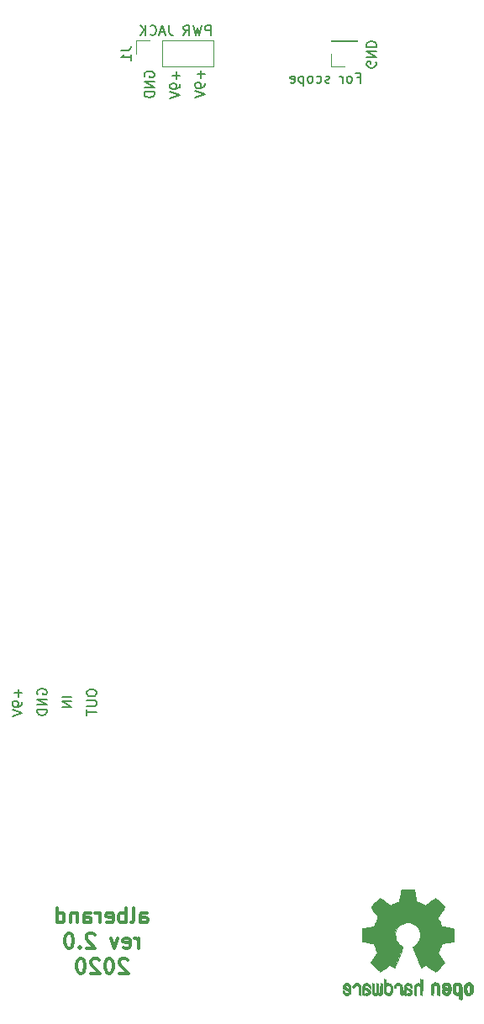
<source format=gbr>
G04 #@! TF.GenerationSoftware,KiCad,Pcbnew,5.1.9*
G04 #@! TF.CreationDate,2021-01-07T13:44:28+01:00*
G04 #@! TF.ProjectId,fuzzpedal,66757a7a-7065-4646-916c-2e6b69636164,rev?*
G04 #@! TF.SameCoordinates,Original*
G04 #@! TF.FileFunction,Legend,Bot*
G04 #@! TF.FilePolarity,Positive*
%FSLAX46Y46*%
G04 Gerber Fmt 4.6, Leading zero omitted, Abs format (unit mm)*
G04 Created by KiCad (PCBNEW 5.1.9) date 2021-01-07 13:44:28*
%MOMM*%
%LPD*%
G01*
G04 APERTURE LIST*
%ADD10C,0.150000*%
%ADD11C,0.300000*%
%ADD12C,0.010000*%
%ADD13C,0.120000*%
G04 APERTURE END LIST*
D10*
X130352380Y-117000000D02*
X130352380Y-117190476D01*
X130400000Y-117285714D01*
X130495238Y-117380952D01*
X130685714Y-117428571D01*
X131019047Y-117428571D01*
X131209523Y-117380952D01*
X131304761Y-117285714D01*
X131352380Y-117190476D01*
X131352380Y-117000000D01*
X131304761Y-116904761D01*
X131209523Y-116809523D01*
X131019047Y-116761904D01*
X130685714Y-116761904D01*
X130495238Y-116809523D01*
X130400000Y-116904761D01*
X130352380Y-117000000D01*
X130352380Y-117857142D02*
X131161904Y-117857142D01*
X131257142Y-117904761D01*
X131304761Y-117952380D01*
X131352380Y-118047619D01*
X131352380Y-118238095D01*
X131304761Y-118333333D01*
X131257142Y-118380952D01*
X131161904Y-118428571D01*
X130352380Y-118428571D01*
X130352380Y-118761904D02*
X130352380Y-119333333D01*
X131352380Y-119047619D02*
X130352380Y-119047619D01*
X157566666Y-55128571D02*
X157900000Y-55128571D01*
X157900000Y-55652380D02*
X157900000Y-54652380D01*
X157423809Y-54652380D01*
X156900000Y-55652380D02*
X156995238Y-55604761D01*
X157042857Y-55557142D01*
X157090476Y-55461904D01*
X157090476Y-55176190D01*
X157042857Y-55080952D01*
X156995238Y-55033333D01*
X156900000Y-54985714D01*
X156757142Y-54985714D01*
X156661904Y-55033333D01*
X156614285Y-55080952D01*
X156566666Y-55176190D01*
X156566666Y-55461904D01*
X156614285Y-55557142D01*
X156661904Y-55604761D01*
X156757142Y-55652380D01*
X156900000Y-55652380D01*
X156138095Y-55652380D02*
X156138095Y-54985714D01*
X156138095Y-55176190D02*
X156090476Y-55080952D01*
X156042857Y-55033333D01*
X155947619Y-54985714D01*
X155852380Y-54985714D01*
X154804761Y-55604761D02*
X154709523Y-55652380D01*
X154519047Y-55652380D01*
X154423809Y-55604761D01*
X154376190Y-55509523D01*
X154376190Y-55461904D01*
X154423809Y-55366666D01*
X154519047Y-55319047D01*
X154661904Y-55319047D01*
X154757142Y-55271428D01*
X154804761Y-55176190D01*
X154804761Y-55128571D01*
X154757142Y-55033333D01*
X154661904Y-54985714D01*
X154519047Y-54985714D01*
X154423809Y-55033333D01*
X153519047Y-55604761D02*
X153614285Y-55652380D01*
X153804761Y-55652380D01*
X153900000Y-55604761D01*
X153947619Y-55557142D01*
X153995238Y-55461904D01*
X153995238Y-55176190D01*
X153947619Y-55080952D01*
X153900000Y-55033333D01*
X153804761Y-54985714D01*
X153614285Y-54985714D01*
X153519047Y-55033333D01*
X152947619Y-55652380D02*
X153042857Y-55604761D01*
X153090476Y-55557142D01*
X153138095Y-55461904D01*
X153138095Y-55176190D01*
X153090476Y-55080952D01*
X153042857Y-55033333D01*
X152947619Y-54985714D01*
X152804761Y-54985714D01*
X152709523Y-55033333D01*
X152661904Y-55080952D01*
X152614285Y-55176190D01*
X152614285Y-55461904D01*
X152661904Y-55557142D01*
X152709523Y-55604761D01*
X152804761Y-55652380D01*
X152947619Y-55652380D01*
X152185714Y-54985714D02*
X152185714Y-55985714D01*
X152185714Y-55033333D02*
X152090476Y-54985714D01*
X151900000Y-54985714D01*
X151804761Y-55033333D01*
X151757142Y-55080952D01*
X151709523Y-55176190D01*
X151709523Y-55461904D01*
X151757142Y-55557142D01*
X151804761Y-55604761D01*
X151900000Y-55652380D01*
X152090476Y-55652380D01*
X152185714Y-55604761D01*
X150900000Y-55604761D02*
X150995238Y-55652380D01*
X151185714Y-55652380D01*
X151280952Y-55604761D01*
X151328571Y-55509523D01*
X151328571Y-55128571D01*
X151280952Y-55033333D01*
X151185714Y-54985714D01*
X150995238Y-54985714D01*
X150900000Y-55033333D01*
X150852380Y-55128571D01*
X150852380Y-55223809D01*
X151328571Y-55319047D01*
X128852380Y-117476190D02*
X127852380Y-117476190D01*
X128852380Y-117952380D02*
X127852380Y-117952380D01*
X128852380Y-118523809D01*
X127852380Y-118523809D01*
X125400000Y-117238095D02*
X125352380Y-117142857D01*
X125352380Y-117000000D01*
X125400000Y-116857142D01*
X125495238Y-116761904D01*
X125590476Y-116714285D01*
X125780952Y-116666666D01*
X125923809Y-116666666D01*
X126114285Y-116714285D01*
X126209523Y-116761904D01*
X126304761Y-116857142D01*
X126352380Y-117000000D01*
X126352380Y-117095238D01*
X126304761Y-117238095D01*
X126257142Y-117285714D01*
X125923809Y-117285714D01*
X125923809Y-117095238D01*
X126352380Y-117714285D02*
X125352380Y-117714285D01*
X126352380Y-118285714D01*
X125352380Y-118285714D01*
X126352380Y-118761904D02*
X125352380Y-118761904D01*
X125352380Y-119000000D01*
X125400000Y-119142857D01*
X125495238Y-119238095D01*
X125590476Y-119285714D01*
X125780952Y-119333333D01*
X125923809Y-119333333D01*
X126114285Y-119285714D01*
X126209523Y-119238095D01*
X126304761Y-119142857D01*
X126352380Y-119000000D01*
X126352380Y-118761904D01*
X123471428Y-116714285D02*
X123471428Y-117476190D01*
X123852380Y-117095238D02*
X123090476Y-117095238D01*
X123852380Y-118000000D02*
X123852380Y-118190476D01*
X123804761Y-118285714D01*
X123757142Y-118333333D01*
X123614285Y-118428571D01*
X123423809Y-118476190D01*
X123042857Y-118476190D01*
X122947619Y-118428571D01*
X122900000Y-118380952D01*
X122852380Y-118285714D01*
X122852380Y-118095238D01*
X122900000Y-118000000D01*
X122947619Y-117952380D01*
X123042857Y-117904761D01*
X123280952Y-117904761D01*
X123376190Y-117952380D01*
X123423809Y-118000000D01*
X123471428Y-118095238D01*
X123471428Y-118285714D01*
X123423809Y-118380952D01*
X123376190Y-118428571D01*
X123280952Y-118476190D01*
X122852380Y-118761904D02*
X123852380Y-119095238D01*
X122852380Y-119428571D01*
D11*
X135792857Y-140228571D02*
X135792857Y-139442857D01*
X135864285Y-139300000D01*
X136007142Y-139228571D01*
X136292857Y-139228571D01*
X136435714Y-139300000D01*
X135792857Y-140157142D02*
X135935714Y-140228571D01*
X136292857Y-140228571D01*
X136435714Y-140157142D01*
X136507142Y-140014285D01*
X136507142Y-139871428D01*
X136435714Y-139728571D01*
X136292857Y-139657142D01*
X135935714Y-139657142D01*
X135792857Y-139585714D01*
X134864285Y-140228571D02*
X135007142Y-140157142D01*
X135078571Y-140014285D01*
X135078571Y-138728571D01*
X134292857Y-140228571D02*
X134292857Y-138728571D01*
X134292857Y-139300000D02*
X134150000Y-139228571D01*
X133864285Y-139228571D01*
X133721428Y-139300000D01*
X133650000Y-139371428D01*
X133578571Y-139514285D01*
X133578571Y-139942857D01*
X133650000Y-140085714D01*
X133721428Y-140157142D01*
X133864285Y-140228571D01*
X134150000Y-140228571D01*
X134292857Y-140157142D01*
X132364285Y-140157142D02*
X132507142Y-140228571D01*
X132792857Y-140228571D01*
X132935714Y-140157142D01*
X133007142Y-140014285D01*
X133007142Y-139442857D01*
X132935714Y-139300000D01*
X132792857Y-139228571D01*
X132507142Y-139228571D01*
X132364285Y-139300000D01*
X132292857Y-139442857D01*
X132292857Y-139585714D01*
X133007142Y-139728571D01*
X131650000Y-140228571D02*
X131650000Y-139228571D01*
X131650000Y-139514285D02*
X131578571Y-139371428D01*
X131507142Y-139300000D01*
X131364285Y-139228571D01*
X131221428Y-139228571D01*
X130078571Y-140228571D02*
X130078571Y-139442857D01*
X130150000Y-139300000D01*
X130292857Y-139228571D01*
X130578571Y-139228571D01*
X130721428Y-139300000D01*
X130078571Y-140157142D02*
X130221428Y-140228571D01*
X130578571Y-140228571D01*
X130721428Y-140157142D01*
X130792857Y-140014285D01*
X130792857Y-139871428D01*
X130721428Y-139728571D01*
X130578571Y-139657142D01*
X130221428Y-139657142D01*
X130078571Y-139585714D01*
X129364285Y-139228571D02*
X129364285Y-140228571D01*
X129364285Y-139371428D02*
X129292857Y-139300000D01*
X129150000Y-139228571D01*
X128935714Y-139228571D01*
X128792857Y-139300000D01*
X128721428Y-139442857D01*
X128721428Y-140228571D01*
X127364285Y-140228571D02*
X127364285Y-138728571D01*
X127364285Y-140157142D02*
X127507142Y-140228571D01*
X127792857Y-140228571D01*
X127935714Y-140157142D01*
X128007142Y-140085714D01*
X128078571Y-139942857D01*
X128078571Y-139514285D01*
X128007142Y-139371428D01*
X127935714Y-139300000D01*
X127792857Y-139228571D01*
X127507142Y-139228571D01*
X127364285Y-139300000D01*
X135578571Y-142778571D02*
X135578571Y-141778571D01*
X135578571Y-142064285D02*
X135507142Y-141921428D01*
X135435714Y-141850000D01*
X135292857Y-141778571D01*
X135150000Y-141778571D01*
X134078571Y-142707142D02*
X134221428Y-142778571D01*
X134507142Y-142778571D01*
X134650000Y-142707142D01*
X134721428Y-142564285D01*
X134721428Y-141992857D01*
X134650000Y-141850000D01*
X134507142Y-141778571D01*
X134221428Y-141778571D01*
X134078571Y-141850000D01*
X134007142Y-141992857D01*
X134007142Y-142135714D01*
X134721428Y-142278571D01*
X133507142Y-141778571D02*
X133150000Y-142778571D01*
X132792857Y-141778571D01*
X131150000Y-141421428D02*
X131078571Y-141350000D01*
X130935714Y-141278571D01*
X130578571Y-141278571D01*
X130435714Y-141350000D01*
X130364285Y-141421428D01*
X130292857Y-141564285D01*
X130292857Y-141707142D01*
X130364285Y-141921428D01*
X131221428Y-142778571D01*
X130292857Y-142778571D01*
X129650000Y-142635714D02*
X129578571Y-142707142D01*
X129650000Y-142778571D01*
X129721428Y-142707142D01*
X129650000Y-142635714D01*
X129650000Y-142778571D01*
X128650000Y-141278571D02*
X128507142Y-141278571D01*
X128364285Y-141350000D01*
X128292857Y-141421428D01*
X128221428Y-141564285D01*
X128150000Y-141850000D01*
X128150000Y-142207142D01*
X128221428Y-142492857D01*
X128292857Y-142635714D01*
X128364285Y-142707142D01*
X128507142Y-142778571D01*
X128650000Y-142778571D01*
X128792857Y-142707142D01*
X128864285Y-142635714D01*
X128935714Y-142492857D01*
X129007142Y-142207142D01*
X129007142Y-141850000D01*
X128935714Y-141564285D01*
X128864285Y-141421428D01*
X128792857Y-141350000D01*
X128650000Y-141278571D01*
X134471428Y-143971428D02*
X134400000Y-143900000D01*
X134257142Y-143828571D01*
X133900000Y-143828571D01*
X133757142Y-143900000D01*
X133685714Y-143971428D01*
X133614285Y-144114285D01*
X133614285Y-144257142D01*
X133685714Y-144471428D01*
X134542857Y-145328571D01*
X133614285Y-145328571D01*
X132685714Y-143828571D02*
X132542857Y-143828571D01*
X132400000Y-143900000D01*
X132328571Y-143971428D01*
X132257142Y-144114285D01*
X132185714Y-144400000D01*
X132185714Y-144757142D01*
X132257142Y-145042857D01*
X132328571Y-145185714D01*
X132400000Y-145257142D01*
X132542857Y-145328571D01*
X132685714Y-145328571D01*
X132828571Y-145257142D01*
X132900000Y-145185714D01*
X132971428Y-145042857D01*
X133042857Y-144757142D01*
X133042857Y-144400000D01*
X132971428Y-144114285D01*
X132900000Y-143971428D01*
X132828571Y-143900000D01*
X132685714Y-143828571D01*
X131614285Y-143971428D02*
X131542857Y-143900000D01*
X131400000Y-143828571D01*
X131042857Y-143828571D01*
X130900000Y-143900000D01*
X130828571Y-143971428D01*
X130757142Y-144114285D01*
X130757142Y-144257142D01*
X130828571Y-144471428D01*
X131685714Y-145328571D01*
X130757142Y-145328571D01*
X129828571Y-143828571D02*
X129685714Y-143828571D01*
X129542857Y-143900000D01*
X129471428Y-143971428D01*
X129400000Y-144114285D01*
X129328571Y-144400000D01*
X129328571Y-144757142D01*
X129400000Y-145042857D01*
X129471428Y-145185714D01*
X129542857Y-145257142D01*
X129685714Y-145328571D01*
X129828571Y-145328571D01*
X129971428Y-145257142D01*
X130042857Y-145185714D01*
X130114285Y-145042857D01*
X130185714Y-144757142D01*
X130185714Y-144400000D01*
X130114285Y-144114285D01*
X130042857Y-143971428D01*
X129971428Y-143900000D01*
X129828571Y-143828571D01*
D10*
X159500000Y-53561904D02*
X159547619Y-53657142D01*
X159547619Y-53800000D01*
X159500000Y-53942857D01*
X159404761Y-54038095D01*
X159309523Y-54085714D01*
X159119047Y-54133333D01*
X158976190Y-54133333D01*
X158785714Y-54085714D01*
X158690476Y-54038095D01*
X158595238Y-53942857D01*
X158547619Y-53800000D01*
X158547619Y-53704761D01*
X158595238Y-53561904D01*
X158642857Y-53514285D01*
X158976190Y-53514285D01*
X158976190Y-53704761D01*
X158547619Y-53085714D02*
X159547619Y-53085714D01*
X158547619Y-52514285D01*
X159547619Y-52514285D01*
X158547619Y-52038095D02*
X159547619Y-52038095D01*
X159547619Y-51800000D01*
X159500000Y-51657142D01*
X159404761Y-51561904D01*
X159309523Y-51514285D01*
X159119047Y-51466666D01*
X158976190Y-51466666D01*
X158785714Y-51514285D01*
X158690476Y-51561904D01*
X158595238Y-51657142D01*
X158547619Y-51800000D01*
X158547619Y-52038095D01*
X139371428Y-54514285D02*
X139371428Y-55276190D01*
X139752380Y-54895238D02*
X138990476Y-54895238D01*
X139752380Y-55800000D02*
X139752380Y-55990476D01*
X139704761Y-56085714D01*
X139657142Y-56133333D01*
X139514285Y-56228571D01*
X139323809Y-56276190D01*
X138942857Y-56276190D01*
X138847619Y-56228571D01*
X138800000Y-56180952D01*
X138752380Y-56085714D01*
X138752380Y-55895238D01*
X138800000Y-55800000D01*
X138847619Y-55752380D01*
X138942857Y-55704761D01*
X139180952Y-55704761D01*
X139276190Y-55752380D01*
X139323809Y-55800000D01*
X139371428Y-55895238D01*
X139371428Y-56085714D01*
X139323809Y-56180952D01*
X139276190Y-56228571D01*
X139180952Y-56276190D01*
X138752380Y-56561904D02*
X139752380Y-56895238D01*
X138752380Y-57228571D01*
X141871428Y-54414285D02*
X141871428Y-55176190D01*
X142252380Y-54795238D02*
X141490476Y-54795238D01*
X142252380Y-55700000D02*
X142252380Y-55890476D01*
X142204761Y-55985714D01*
X142157142Y-56033333D01*
X142014285Y-56128571D01*
X141823809Y-56176190D01*
X141442857Y-56176190D01*
X141347619Y-56128571D01*
X141300000Y-56080952D01*
X141252380Y-55985714D01*
X141252380Y-55795238D01*
X141300000Y-55700000D01*
X141347619Y-55652380D01*
X141442857Y-55604761D01*
X141680952Y-55604761D01*
X141776190Y-55652380D01*
X141823809Y-55700000D01*
X141871428Y-55795238D01*
X141871428Y-55985714D01*
X141823809Y-56080952D01*
X141776190Y-56128571D01*
X141680952Y-56176190D01*
X141252380Y-56461904D02*
X142252380Y-56795238D01*
X141252380Y-57128571D01*
X136200000Y-55038095D02*
X136152380Y-54942857D01*
X136152380Y-54800000D01*
X136200000Y-54657142D01*
X136295238Y-54561904D01*
X136390476Y-54514285D01*
X136580952Y-54466666D01*
X136723809Y-54466666D01*
X136914285Y-54514285D01*
X137009523Y-54561904D01*
X137104761Y-54657142D01*
X137152380Y-54800000D01*
X137152380Y-54895238D01*
X137104761Y-55038095D01*
X137057142Y-55085714D01*
X136723809Y-55085714D01*
X136723809Y-54895238D01*
X137152380Y-55514285D02*
X136152380Y-55514285D01*
X137152380Y-56085714D01*
X136152380Y-56085714D01*
X137152380Y-56561904D02*
X136152380Y-56561904D01*
X136152380Y-56800000D01*
X136200000Y-56942857D01*
X136295238Y-57038095D01*
X136390476Y-57085714D01*
X136580952Y-57133333D01*
X136723809Y-57133333D01*
X136914285Y-57085714D01*
X137009523Y-57038095D01*
X137104761Y-56942857D01*
X137152380Y-56800000D01*
X137152380Y-56561904D01*
D12*
G36*
X167528100Y-146261903D02*
G01*
X167416550Y-146317522D01*
X167318092Y-146419931D01*
X167290977Y-146457864D01*
X167261438Y-146507500D01*
X167242272Y-146561412D01*
X167231307Y-146633364D01*
X167226371Y-146737122D01*
X167225287Y-146874101D01*
X167230182Y-147061815D01*
X167247196Y-147202758D01*
X167279823Y-147307908D01*
X167331558Y-147388243D01*
X167405896Y-147454741D01*
X167411358Y-147458678D01*
X167484620Y-147498953D01*
X167572840Y-147518880D01*
X167685038Y-147523793D01*
X167867433Y-147523793D01*
X167867509Y-147700857D01*
X167869207Y-147799470D01*
X167879550Y-147857314D01*
X167906578Y-147892006D01*
X167958332Y-147921164D01*
X167970761Y-147927121D01*
X168028923Y-147955039D01*
X168073956Y-147972672D01*
X168107441Y-147974194D01*
X168130962Y-147953781D01*
X168146100Y-147905607D01*
X168154437Y-147823846D01*
X168157556Y-147702672D01*
X168157040Y-147536260D01*
X168154471Y-147318785D01*
X168153668Y-147253736D01*
X168150778Y-147029502D01*
X168148188Y-146882821D01*
X167867586Y-146882821D01*
X167866009Y-147007326D01*
X167859000Y-147088787D01*
X167843142Y-147142515D01*
X167815019Y-147183823D01*
X167795925Y-147203971D01*
X167717865Y-147262921D01*
X167648753Y-147267720D01*
X167577440Y-147219038D01*
X167575632Y-147217241D01*
X167546617Y-147179618D01*
X167528967Y-147128484D01*
X167520064Y-147049738D01*
X167517291Y-146929276D01*
X167517241Y-146902588D01*
X167523942Y-146736583D01*
X167545752Y-146621505D01*
X167585235Y-146551254D01*
X167644956Y-146519729D01*
X167679472Y-146516552D01*
X167761389Y-146531460D01*
X167817579Y-146580548D01*
X167851402Y-146670362D01*
X167866220Y-146807445D01*
X167867586Y-146882821D01*
X168148188Y-146882821D01*
X168147713Y-146855952D01*
X168143753Y-146725382D01*
X168138174Y-146630087D01*
X168130254Y-146562364D01*
X168119269Y-146514507D01*
X168104499Y-146478813D01*
X168085218Y-146447578D01*
X168076951Y-146435824D01*
X167967288Y-146324797D01*
X167828635Y-146261847D01*
X167668246Y-146244297D01*
X167528100Y-146261903D01*
G37*
X167528100Y-146261903D02*
X167416550Y-146317522D01*
X167318092Y-146419931D01*
X167290977Y-146457864D01*
X167261438Y-146507500D01*
X167242272Y-146561412D01*
X167231307Y-146633364D01*
X167226371Y-146737122D01*
X167225287Y-146874101D01*
X167230182Y-147061815D01*
X167247196Y-147202758D01*
X167279823Y-147307908D01*
X167331558Y-147388243D01*
X167405896Y-147454741D01*
X167411358Y-147458678D01*
X167484620Y-147498953D01*
X167572840Y-147518880D01*
X167685038Y-147523793D01*
X167867433Y-147523793D01*
X167867509Y-147700857D01*
X167869207Y-147799470D01*
X167879550Y-147857314D01*
X167906578Y-147892006D01*
X167958332Y-147921164D01*
X167970761Y-147927121D01*
X168028923Y-147955039D01*
X168073956Y-147972672D01*
X168107441Y-147974194D01*
X168130962Y-147953781D01*
X168146100Y-147905607D01*
X168154437Y-147823846D01*
X168157556Y-147702672D01*
X168157040Y-147536260D01*
X168154471Y-147318785D01*
X168153668Y-147253736D01*
X168150778Y-147029502D01*
X168148188Y-146882821D01*
X167867586Y-146882821D01*
X167866009Y-147007326D01*
X167859000Y-147088787D01*
X167843142Y-147142515D01*
X167815019Y-147183823D01*
X167795925Y-147203971D01*
X167717865Y-147262921D01*
X167648753Y-147267720D01*
X167577440Y-147219038D01*
X167575632Y-147217241D01*
X167546617Y-147179618D01*
X167528967Y-147128484D01*
X167520064Y-147049738D01*
X167517291Y-146929276D01*
X167517241Y-146902588D01*
X167523942Y-146736583D01*
X167545752Y-146621505D01*
X167585235Y-146551254D01*
X167644956Y-146519729D01*
X167679472Y-146516552D01*
X167761389Y-146531460D01*
X167817579Y-146580548D01*
X167851402Y-146670362D01*
X167866220Y-146807445D01*
X167867586Y-146882821D01*
X168148188Y-146882821D01*
X168147713Y-146855952D01*
X168143753Y-146725382D01*
X168138174Y-146630087D01*
X168130254Y-146562364D01*
X168119269Y-146514507D01*
X168104499Y-146478813D01*
X168085218Y-146447578D01*
X168076951Y-146435824D01*
X167967288Y-146324797D01*
X167828635Y-146261847D01*
X167668246Y-146244297D01*
X167528100Y-146261903D01*
G36*
X165282571Y-146277719D02*
G01*
X165188877Y-146331914D01*
X165123736Y-146385707D01*
X165076093Y-146442066D01*
X165043272Y-146510987D01*
X165022594Y-146602468D01*
X165011380Y-146726506D01*
X165006951Y-146893098D01*
X165006437Y-147012851D01*
X165006437Y-147453659D01*
X165130517Y-147509283D01*
X165254598Y-147564907D01*
X165269195Y-147082095D01*
X165275227Y-146901779D01*
X165281555Y-146770901D01*
X165289394Y-146680511D01*
X165299963Y-146621664D01*
X165314477Y-146585413D01*
X165334152Y-146562810D01*
X165340465Y-146557917D01*
X165436112Y-146519706D01*
X165532793Y-146534827D01*
X165590345Y-146574943D01*
X165613755Y-146603370D01*
X165629961Y-146640672D01*
X165640259Y-146697223D01*
X165645951Y-146783394D01*
X165648336Y-146909558D01*
X165648736Y-147041042D01*
X165648814Y-147205999D01*
X165651639Y-147322761D01*
X165661093Y-147401510D01*
X165681060Y-147452431D01*
X165715424Y-147485706D01*
X165768068Y-147511520D01*
X165838383Y-147538344D01*
X165915180Y-147567542D01*
X165906038Y-147049346D01*
X165902357Y-146862539D01*
X165898050Y-146724490D01*
X165891877Y-146625568D01*
X165882598Y-146556145D01*
X165868973Y-146506590D01*
X165849761Y-146467273D01*
X165826598Y-146432584D01*
X165714848Y-146321770D01*
X165578487Y-146257689D01*
X165430175Y-146242339D01*
X165282571Y-146277719D01*
G37*
X165282571Y-146277719D02*
X165188877Y-146331914D01*
X165123736Y-146385707D01*
X165076093Y-146442066D01*
X165043272Y-146510987D01*
X165022594Y-146602468D01*
X165011380Y-146726506D01*
X165006951Y-146893098D01*
X165006437Y-147012851D01*
X165006437Y-147453659D01*
X165130517Y-147509283D01*
X165254598Y-147564907D01*
X165269195Y-147082095D01*
X165275227Y-146901779D01*
X165281555Y-146770901D01*
X165289394Y-146680511D01*
X165299963Y-146621664D01*
X165314477Y-146585413D01*
X165334152Y-146562810D01*
X165340465Y-146557917D01*
X165436112Y-146519706D01*
X165532793Y-146534827D01*
X165590345Y-146574943D01*
X165613755Y-146603370D01*
X165629961Y-146640672D01*
X165640259Y-146697223D01*
X165645951Y-146783394D01*
X165648336Y-146909558D01*
X165648736Y-147041042D01*
X165648814Y-147205999D01*
X165651639Y-147322761D01*
X165661093Y-147401510D01*
X165681060Y-147452431D01*
X165715424Y-147485706D01*
X165768068Y-147511520D01*
X165838383Y-147538344D01*
X165915180Y-147567542D01*
X165906038Y-147049346D01*
X165902357Y-146862539D01*
X165898050Y-146724490D01*
X165891877Y-146625568D01*
X165882598Y-146556145D01*
X165868973Y-146506590D01*
X165849761Y-146467273D01*
X165826598Y-146432584D01*
X165714848Y-146321770D01*
X165578487Y-146257689D01*
X165430175Y-146242339D01*
X165282571Y-146277719D01*
G36*
X168651779Y-146266015D02*
G01*
X168514939Y-146337968D01*
X168413949Y-146453766D01*
X168378075Y-146528213D01*
X168350161Y-146639992D01*
X168335871Y-146781227D01*
X168334516Y-146935371D01*
X168345405Y-147085879D01*
X168367847Y-147216205D01*
X168401150Y-147309803D01*
X168411385Y-147325922D01*
X168532618Y-147446249D01*
X168676613Y-147518317D01*
X168832861Y-147539408D01*
X168990852Y-147506802D01*
X169034820Y-147487253D01*
X169120444Y-147427012D01*
X169195592Y-147347135D01*
X169202694Y-147337004D01*
X169231561Y-147288181D01*
X169250643Y-147235990D01*
X169261916Y-147167285D01*
X169267355Y-147068918D01*
X169268938Y-146927744D01*
X169268965Y-146896092D01*
X169268893Y-146886019D01*
X168977011Y-146886019D01*
X168975313Y-147019256D01*
X168968628Y-147107674D01*
X168954575Y-147164785D01*
X168930771Y-147204102D01*
X168918621Y-147217241D01*
X168848764Y-147267172D01*
X168780941Y-147264895D01*
X168712365Y-147221584D01*
X168671465Y-147175346D01*
X168647242Y-147107857D01*
X168633639Y-147001433D01*
X168632706Y-146989020D01*
X168630384Y-146796147D01*
X168654650Y-146652900D01*
X168705176Y-146560160D01*
X168781632Y-146518807D01*
X168808924Y-146516552D01*
X168880589Y-146527893D01*
X168929610Y-146567184D01*
X168959582Y-146642326D01*
X168974101Y-146761222D01*
X168977011Y-146886019D01*
X169268893Y-146886019D01*
X169267878Y-146745659D01*
X169263312Y-146640549D01*
X169253312Y-146567714D01*
X169235921Y-146514108D01*
X169209184Y-146466681D01*
X169203276Y-146457864D01*
X169103968Y-146339007D01*
X168995758Y-146270008D01*
X168864019Y-146242619D01*
X168819283Y-146241281D01*
X168651779Y-146266015D01*
G37*
X168651779Y-146266015D02*
X168514939Y-146337968D01*
X168413949Y-146453766D01*
X168378075Y-146528213D01*
X168350161Y-146639992D01*
X168335871Y-146781227D01*
X168334516Y-146935371D01*
X168345405Y-147085879D01*
X168367847Y-147216205D01*
X168401150Y-147309803D01*
X168411385Y-147325922D01*
X168532618Y-147446249D01*
X168676613Y-147518317D01*
X168832861Y-147539408D01*
X168990852Y-147506802D01*
X169034820Y-147487253D01*
X169120444Y-147427012D01*
X169195592Y-147347135D01*
X169202694Y-147337004D01*
X169231561Y-147288181D01*
X169250643Y-147235990D01*
X169261916Y-147167285D01*
X169267355Y-147068918D01*
X169268938Y-146927744D01*
X169268965Y-146896092D01*
X169268893Y-146886019D01*
X168977011Y-146886019D01*
X168975313Y-147019256D01*
X168968628Y-147107674D01*
X168954575Y-147164785D01*
X168930771Y-147204102D01*
X168918621Y-147217241D01*
X168848764Y-147267172D01*
X168780941Y-147264895D01*
X168712365Y-147221584D01*
X168671465Y-147175346D01*
X168647242Y-147107857D01*
X168633639Y-147001433D01*
X168632706Y-146989020D01*
X168630384Y-146796147D01*
X168654650Y-146652900D01*
X168705176Y-146560160D01*
X168781632Y-146518807D01*
X168808924Y-146516552D01*
X168880589Y-146527893D01*
X168929610Y-146567184D01*
X168959582Y-146642326D01*
X168974101Y-146761222D01*
X168977011Y-146886019D01*
X169268893Y-146886019D01*
X169267878Y-146745659D01*
X169263312Y-146640549D01*
X169253312Y-146567714D01*
X169235921Y-146514108D01*
X169209184Y-146466681D01*
X169203276Y-146457864D01*
X169103968Y-146339007D01*
X168995758Y-146270008D01*
X168864019Y-146242619D01*
X168819283Y-146241281D01*
X168651779Y-146266015D01*
G36*
X166384448Y-146284676D02*
G01*
X166269342Y-146362111D01*
X166180389Y-146473949D01*
X166127251Y-146616265D01*
X166116503Y-146721015D01*
X166117724Y-146764726D01*
X166127944Y-146798194D01*
X166156039Y-146828179D01*
X166210884Y-146861440D01*
X166301355Y-146904738D01*
X166436328Y-146964833D01*
X166437011Y-146965134D01*
X166561249Y-147022037D01*
X166663127Y-147072565D01*
X166732233Y-147111280D01*
X166758154Y-147132740D01*
X166758161Y-147132913D01*
X166735315Y-147179644D01*
X166681891Y-147231154D01*
X166620558Y-147268261D01*
X166589485Y-147275632D01*
X166504711Y-147250138D01*
X166431707Y-147186291D01*
X166396087Y-147116094D01*
X166361820Y-147064343D01*
X166294697Y-147005409D01*
X166215792Y-146954496D01*
X166146179Y-146926809D01*
X166131623Y-146925287D01*
X166115237Y-146950321D01*
X166114250Y-147014311D01*
X166126292Y-147100593D01*
X166148993Y-147192501D01*
X166179986Y-147273369D01*
X166181552Y-147276509D01*
X166274819Y-147406734D01*
X166395696Y-147495311D01*
X166532973Y-147538786D01*
X166675440Y-147533706D01*
X166811888Y-147476616D01*
X166817955Y-147472602D01*
X166925290Y-147375326D01*
X166995868Y-147248409D01*
X167034926Y-147081526D01*
X167040168Y-147034639D01*
X167049452Y-146813329D01*
X167038322Y-146710124D01*
X166758161Y-146710124D01*
X166754521Y-146774503D01*
X166734611Y-146793291D01*
X166684974Y-146779235D01*
X166606733Y-146746009D01*
X166519274Y-146704359D01*
X166517101Y-146703256D01*
X166442970Y-146664265D01*
X166413219Y-146638244D01*
X166420555Y-146610965D01*
X166451447Y-146575121D01*
X166530040Y-146523251D01*
X166614677Y-146519439D01*
X166690597Y-146557189D01*
X166743035Y-146630001D01*
X166758161Y-146710124D01*
X167038322Y-146710124D01*
X167030356Y-146636261D01*
X166981366Y-146495829D01*
X166913164Y-146397447D01*
X166790065Y-146298030D01*
X166654472Y-146248711D01*
X166516045Y-146245568D01*
X166384448Y-146284676D01*
G37*
X166384448Y-146284676D02*
X166269342Y-146362111D01*
X166180389Y-146473949D01*
X166127251Y-146616265D01*
X166116503Y-146721015D01*
X166117724Y-146764726D01*
X166127944Y-146798194D01*
X166156039Y-146828179D01*
X166210884Y-146861440D01*
X166301355Y-146904738D01*
X166436328Y-146964833D01*
X166437011Y-146965134D01*
X166561249Y-147022037D01*
X166663127Y-147072565D01*
X166732233Y-147111280D01*
X166758154Y-147132740D01*
X166758161Y-147132913D01*
X166735315Y-147179644D01*
X166681891Y-147231154D01*
X166620558Y-147268261D01*
X166589485Y-147275632D01*
X166504711Y-147250138D01*
X166431707Y-147186291D01*
X166396087Y-147116094D01*
X166361820Y-147064343D01*
X166294697Y-147005409D01*
X166215792Y-146954496D01*
X166146179Y-146926809D01*
X166131623Y-146925287D01*
X166115237Y-146950321D01*
X166114250Y-147014311D01*
X166126292Y-147100593D01*
X166148993Y-147192501D01*
X166179986Y-147273369D01*
X166181552Y-147276509D01*
X166274819Y-147406734D01*
X166395696Y-147495311D01*
X166532973Y-147538786D01*
X166675440Y-147533706D01*
X166811888Y-147476616D01*
X166817955Y-147472602D01*
X166925290Y-147375326D01*
X166995868Y-147248409D01*
X167034926Y-147081526D01*
X167040168Y-147034639D01*
X167049452Y-146813329D01*
X167038322Y-146710124D01*
X166758161Y-146710124D01*
X166754521Y-146774503D01*
X166734611Y-146793291D01*
X166684974Y-146779235D01*
X166606733Y-146746009D01*
X166519274Y-146704359D01*
X166517101Y-146703256D01*
X166442970Y-146664265D01*
X166413219Y-146638244D01*
X166420555Y-146610965D01*
X166451447Y-146575121D01*
X166530040Y-146523251D01*
X166614677Y-146519439D01*
X166690597Y-146557189D01*
X166743035Y-146630001D01*
X166758161Y-146710124D01*
X167038322Y-146710124D01*
X167030356Y-146636261D01*
X166981366Y-146495829D01*
X166913164Y-146397447D01*
X166790065Y-146298030D01*
X166654472Y-146248711D01*
X166516045Y-146245568D01*
X166384448Y-146284676D01*
G36*
X163955402Y-146123857D02*
G01*
X163946846Y-146243188D01*
X163937019Y-146313506D01*
X163923401Y-146344179D01*
X163903473Y-146344571D01*
X163897011Y-146340910D01*
X163811060Y-146314398D01*
X163699255Y-146315946D01*
X163585586Y-146343199D01*
X163514490Y-146378455D01*
X163441595Y-146434778D01*
X163388307Y-146498519D01*
X163351725Y-146579510D01*
X163328950Y-146687586D01*
X163317081Y-146832580D01*
X163313218Y-147024326D01*
X163313149Y-147061109D01*
X163313103Y-147474288D01*
X163405046Y-147506339D01*
X163470348Y-147528144D01*
X163506176Y-147538297D01*
X163507230Y-147538391D01*
X163510758Y-147510860D01*
X163513761Y-147434923D01*
X163516010Y-147320565D01*
X163517276Y-147177769D01*
X163517471Y-147090951D01*
X163517877Y-146919773D01*
X163519968Y-146797088D01*
X163525053Y-146713000D01*
X163534440Y-146657614D01*
X163549439Y-146621032D01*
X163571358Y-146593359D01*
X163585043Y-146580032D01*
X163679051Y-146526328D01*
X163781636Y-146522307D01*
X163874710Y-146567725D01*
X163891922Y-146584123D01*
X163917168Y-146614957D01*
X163934680Y-146651531D01*
X163945858Y-146704415D01*
X163952104Y-146784177D01*
X163954818Y-146901385D01*
X163955402Y-147062991D01*
X163955402Y-147474288D01*
X164047345Y-147506339D01*
X164112647Y-147528144D01*
X164148475Y-147538297D01*
X164149529Y-147538391D01*
X164152225Y-147510448D01*
X164154655Y-147431630D01*
X164156722Y-147309453D01*
X164158329Y-147151432D01*
X164159377Y-146965083D01*
X164159769Y-146757920D01*
X164159770Y-146748706D01*
X164159770Y-145959020D01*
X164064885Y-145918997D01*
X163970000Y-145878973D01*
X163955402Y-146123857D01*
G37*
X163955402Y-146123857D02*
X163946846Y-146243188D01*
X163937019Y-146313506D01*
X163923401Y-146344179D01*
X163903473Y-146344571D01*
X163897011Y-146340910D01*
X163811060Y-146314398D01*
X163699255Y-146315946D01*
X163585586Y-146343199D01*
X163514490Y-146378455D01*
X163441595Y-146434778D01*
X163388307Y-146498519D01*
X163351725Y-146579510D01*
X163328950Y-146687586D01*
X163317081Y-146832580D01*
X163313218Y-147024326D01*
X163313149Y-147061109D01*
X163313103Y-147474288D01*
X163405046Y-147506339D01*
X163470348Y-147528144D01*
X163506176Y-147538297D01*
X163507230Y-147538391D01*
X163510758Y-147510860D01*
X163513761Y-147434923D01*
X163516010Y-147320565D01*
X163517276Y-147177769D01*
X163517471Y-147090951D01*
X163517877Y-146919773D01*
X163519968Y-146797088D01*
X163525053Y-146713000D01*
X163534440Y-146657614D01*
X163549439Y-146621032D01*
X163571358Y-146593359D01*
X163585043Y-146580032D01*
X163679051Y-146526328D01*
X163781636Y-146522307D01*
X163874710Y-146567725D01*
X163891922Y-146584123D01*
X163917168Y-146614957D01*
X163934680Y-146651531D01*
X163945858Y-146704415D01*
X163952104Y-146784177D01*
X163954818Y-146901385D01*
X163955402Y-147062991D01*
X163955402Y-147474288D01*
X164047345Y-147506339D01*
X164112647Y-147528144D01*
X164148475Y-147538297D01*
X164149529Y-147538391D01*
X164152225Y-147510448D01*
X164154655Y-147431630D01*
X164156722Y-147309453D01*
X164158329Y-147151432D01*
X164159377Y-146965083D01*
X164159769Y-146757920D01*
X164159770Y-146748706D01*
X164159770Y-145959020D01*
X164064885Y-145918997D01*
X163970000Y-145878973D01*
X163955402Y-146123857D01*
G36*
X162620056Y-146324360D02*
G01*
X162505657Y-146366842D01*
X162504348Y-146367658D01*
X162433597Y-146419730D01*
X162381364Y-146480584D01*
X162344629Y-146559887D01*
X162320366Y-146667309D01*
X162305555Y-146812517D01*
X162297171Y-147005179D01*
X162296436Y-147032628D01*
X162285880Y-147446521D01*
X162374709Y-147492456D01*
X162438982Y-147523498D01*
X162477790Y-147538206D01*
X162479585Y-147538391D01*
X162486300Y-147511250D01*
X162491635Y-147438041D01*
X162494917Y-147331081D01*
X162495632Y-147244469D01*
X162495649Y-147104162D01*
X162502063Y-147016051D01*
X162524420Y-146974025D01*
X162572268Y-146971975D01*
X162655151Y-147003790D01*
X162780287Y-147062272D01*
X162872303Y-147110845D01*
X162919629Y-147152986D01*
X162933542Y-147198916D01*
X162933563Y-147201189D01*
X162910605Y-147280311D01*
X162842630Y-147323055D01*
X162738602Y-147329246D01*
X162663670Y-147328172D01*
X162624161Y-147349753D01*
X162599522Y-147401591D01*
X162585341Y-147467632D01*
X162605777Y-147505104D01*
X162613472Y-147510467D01*
X162685917Y-147532006D01*
X162787367Y-147535055D01*
X162891843Y-147520778D01*
X162965875Y-147494688D01*
X163068228Y-147407785D01*
X163126409Y-147286816D01*
X163137931Y-147192308D01*
X163129138Y-147107062D01*
X163097320Y-147037476D01*
X163034316Y-146975672D01*
X162931969Y-146913772D01*
X162782118Y-146843897D01*
X162772988Y-146839948D01*
X162638003Y-146777588D01*
X162554706Y-146726446D01*
X162519003Y-146680488D01*
X162526797Y-146633683D01*
X162573993Y-146579998D01*
X162588106Y-146567644D01*
X162682641Y-146519741D01*
X162780594Y-146521758D01*
X162865903Y-146568724D01*
X162922504Y-146655669D01*
X162927763Y-146672734D01*
X162978977Y-146755504D01*
X163043963Y-146795372D01*
X163137931Y-146834882D01*
X163137931Y-146732658D01*
X163109347Y-146584072D01*
X163024505Y-146447784D01*
X162980355Y-146402191D01*
X162879995Y-146343674D01*
X162752365Y-146317184D01*
X162620056Y-146324360D01*
G37*
X162620056Y-146324360D02*
X162505657Y-146366842D01*
X162504348Y-146367658D01*
X162433597Y-146419730D01*
X162381364Y-146480584D01*
X162344629Y-146559887D01*
X162320366Y-146667309D01*
X162305555Y-146812517D01*
X162297171Y-147005179D01*
X162296436Y-147032628D01*
X162285880Y-147446521D01*
X162374709Y-147492456D01*
X162438982Y-147523498D01*
X162477790Y-147538206D01*
X162479585Y-147538391D01*
X162486300Y-147511250D01*
X162491635Y-147438041D01*
X162494917Y-147331081D01*
X162495632Y-147244469D01*
X162495649Y-147104162D01*
X162502063Y-147016051D01*
X162524420Y-146974025D01*
X162572268Y-146971975D01*
X162655151Y-147003790D01*
X162780287Y-147062272D01*
X162872303Y-147110845D01*
X162919629Y-147152986D01*
X162933542Y-147198916D01*
X162933563Y-147201189D01*
X162910605Y-147280311D01*
X162842630Y-147323055D01*
X162738602Y-147329246D01*
X162663670Y-147328172D01*
X162624161Y-147349753D01*
X162599522Y-147401591D01*
X162585341Y-147467632D01*
X162605777Y-147505104D01*
X162613472Y-147510467D01*
X162685917Y-147532006D01*
X162787367Y-147535055D01*
X162891843Y-147520778D01*
X162965875Y-147494688D01*
X163068228Y-147407785D01*
X163126409Y-147286816D01*
X163137931Y-147192308D01*
X163129138Y-147107062D01*
X163097320Y-147037476D01*
X163034316Y-146975672D01*
X162931969Y-146913772D01*
X162782118Y-146843897D01*
X162772988Y-146839948D01*
X162638003Y-146777588D01*
X162554706Y-146726446D01*
X162519003Y-146680488D01*
X162526797Y-146633683D01*
X162573993Y-146579998D01*
X162588106Y-146567644D01*
X162682641Y-146519741D01*
X162780594Y-146521758D01*
X162865903Y-146568724D01*
X162922504Y-146655669D01*
X162927763Y-146672734D01*
X162978977Y-146755504D01*
X163043963Y-146795372D01*
X163137931Y-146834882D01*
X163137931Y-146732658D01*
X163109347Y-146584072D01*
X163024505Y-146447784D01*
X162980355Y-146402191D01*
X162879995Y-146343674D01*
X162752365Y-146317184D01*
X162620056Y-146324360D01*
G36*
X161634057Y-146321920D02*
G01*
X161501435Y-146370859D01*
X161393990Y-146457419D01*
X161351968Y-146518352D01*
X161306157Y-146630161D01*
X161307109Y-146711006D01*
X161355192Y-146765378D01*
X161372983Y-146774624D01*
X161449796Y-146803450D01*
X161489024Y-146796065D01*
X161502311Y-146747658D01*
X161502988Y-146720920D01*
X161527314Y-146622548D01*
X161590719Y-146553734D01*
X161678846Y-146520498D01*
X161777337Y-146528861D01*
X161857398Y-146572296D01*
X161884439Y-146597072D01*
X161903606Y-146627129D01*
X161916554Y-146672565D01*
X161924936Y-146743476D01*
X161930407Y-146849960D01*
X161934622Y-147002112D01*
X161935713Y-147050287D01*
X161939693Y-147215095D01*
X161944219Y-147331088D01*
X161951005Y-147407833D01*
X161961769Y-147454893D01*
X161978227Y-147481835D01*
X162002094Y-147498223D01*
X162017374Y-147505463D01*
X162082267Y-147530220D01*
X162120466Y-147538391D01*
X162133088Y-147511103D01*
X162140792Y-147428603D01*
X162143620Y-147289941D01*
X162141614Y-147094162D01*
X162140989Y-147063965D01*
X162136579Y-146885349D01*
X162131365Y-146754923D01*
X162123945Y-146662492D01*
X162112918Y-146597858D01*
X162096883Y-146550825D01*
X162074439Y-146511196D01*
X162062698Y-146494215D01*
X161995381Y-146419080D01*
X161920090Y-146360638D01*
X161910872Y-146355536D01*
X161775867Y-146315260D01*
X161634057Y-146321920D01*
G37*
X161634057Y-146321920D02*
X161501435Y-146370859D01*
X161393990Y-146457419D01*
X161351968Y-146518352D01*
X161306157Y-146630161D01*
X161307109Y-146711006D01*
X161355192Y-146765378D01*
X161372983Y-146774624D01*
X161449796Y-146803450D01*
X161489024Y-146796065D01*
X161502311Y-146747658D01*
X161502988Y-146720920D01*
X161527314Y-146622548D01*
X161590719Y-146553734D01*
X161678846Y-146520498D01*
X161777337Y-146528861D01*
X161857398Y-146572296D01*
X161884439Y-146597072D01*
X161903606Y-146627129D01*
X161916554Y-146672565D01*
X161924936Y-146743476D01*
X161930407Y-146849960D01*
X161934622Y-147002112D01*
X161935713Y-147050287D01*
X161939693Y-147215095D01*
X161944219Y-147331088D01*
X161951005Y-147407833D01*
X161961769Y-147454893D01*
X161978227Y-147481835D01*
X162002094Y-147498223D01*
X162017374Y-147505463D01*
X162082267Y-147530220D01*
X162120466Y-147538391D01*
X162133088Y-147511103D01*
X162140792Y-147428603D01*
X162143620Y-147289941D01*
X162141614Y-147094162D01*
X162140989Y-147063965D01*
X162136579Y-146885349D01*
X162131365Y-146754923D01*
X162123945Y-146662492D01*
X162112918Y-146597858D01*
X162096883Y-146550825D01*
X162074439Y-146511196D01*
X162062698Y-146494215D01*
X161995381Y-146419080D01*
X161920090Y-146360638D01*
X161910872Y-146355536D01*
X161775867Y-146315260D01*
X161634057Y-146321920D01*
G36*
X160306086Y-146554455D02*
G01*
X160306457Y-146772661D01*
X160307892Y-146940519D01*
X160310998Y-147066070D01*
X160316378Y-147157355D01*
X160324638Y-147222415D01*
X160336384Y-147269291D01*
X160352219Y-147306024D01*
X160364210Y-147326991D01*
X160463510Y-147440694D01*
X160589412Y-147511965D01*
X160728709Y-147537538D01*
X160868195Y-147514150D01*
X160951257Y-147472119D01*
X161038455Y-147399411D01*
X161097883Y-147310612D01*
X161133739Y-147194320D01*
X161150219Y-147039135D01*
X161152553Y-146925287D01*
X161152239Y-146917106D01*
X160948276Y-146917106D01*
X160947030Y-147047657D01*
X160941322Y-147134080D01*
X160928196Y-147190618D01*
X160904694Y-147231514D01*
X160876614Y-147262362D01*
X160782312Y-147321905D01*
X160681060Y-147326992D01*
X160585364Y-147277279D01*
X160577916Y-147270543D01*
X160546126Y-147235502D01*
X160526192Y-147193811D01*
X160515400Y-147131762D01*
X160511035Y-147035644D01*
X160510345Y-146929379D01*
X160511841Y-146795880D01*
X160518036Y-146706822D01*
X160531486Y-146648293D01*
X160554749Y-146606382D01*
X160573825Y-146584123D01*
X160662437Y-146527985D01*
X160764492Y-146521235D01*
X160861905Y-146564114D01*
X160880704Y-146580032D01*
X160912707Y-146615382D01*
X160932682Y-146657502D01*
X160943407Y-146720251D01*
X160947661Y-146817487D01*
X160948276Y-146917106D01*
X161152239Y-146917106D01*
X161145496Y-146741947D01*
X161121528Y-146604195D01*
X161076452Y-146500632D01*
X161006072Y-146419856D01*
X160951257Y-146378455D01*
X160851624Y-146333728D01*
X160736145Y-146312967D01*
X160628801Y-146318525D01*
X160568736Y-146340943D01*
X160545165Y-146347323D01*
X160529523Y-146323535D01*
X160518605Y-146259788D01*
X160510345Y-146162687D01*
X160501301Y-146054541D01*
X160488739Y-145989475D01*
X160465881Y-145952268D01*
X160425949Y-145927699D01*
X160400862Y-145916819D01*
X160305977Y-145877072D01*
X160306086Y-146554455D01*
G37*
X160306086Y-146554455D02*
X160306457Y-146772661D01*
X160307892Y-146940519D01*
X160310998Y-147066070D01*
X160316378Y-147157355D01*
X160324638Y-147222415D01*
X160336384Y-147269291D01*
X160352219Y-147306024D01*
X160364210Y-147326991D01*
X160463510Y-147440694D01*
X160589412Y-147511965D01*
X160728709Y-147537538D01*
X160868195Y-147514150D01*
X160951257Y-147472119D01*
X161038455Y-147399411D01*
X161097883Y-147310612D01*
X161133739Y-147194320D01*
X161150219Y-147039135D01*
X161152553Y-146925287D01*
X161152239Y-146917106D01*
X160948276Y-146917106D01*
X160947030Y-147047657D01*
X160941322Y-147134080D01*
X160928196Y-147190618D01*
X160904694Y-147231514D01*
X160876614Y-147262362D01*
X160782312Y-147321905D01*
X160681060Y-147326992D01*
X160585364Y-147277279D01*
X160577916Y-147270543D01*
X160546126Y-147235502D01*
X160526192Y-147193811D01*
X160515400Y-147131762D01*
X160511035Y-147035644D01*
X160510345Y-146929379D01*
X160511841Y-146795880D01*
X160518036Y-146706822D01*
X160531486Y-146648293D01*
X160554749Y-146606382D01*
X160573825Y-146584123D01*
X160662437Y-146527985D01*
X160764492Y-146521235D01*
X160861905Y-146564114D01*
X160880704Y-146580032D01*
X160912707Y-146615382D01*
X160932682Y-146657502D01*
X160943407Y-146720251D01*
X160947661Y-146817487D01*
X160948276Y-146917106D01*
X161152239Y-146917106D01*
X161145496Y-146741947D01*
X161121528Y-146604195D01*
X161076452Y-146500632D01*
X161006072Y-146419856D01*
X160951257Y-146378455D01*
X160851624Y-146333728D01*
X160736145Y-146312967D01*
X160628801Y-146318525D01*
X160568736Y-146340943D01*
X160545165Y-146347323D01*
X160529523Y-146323535D01*
X160518605Y-146259788D01*
X160510345Y-146162687D01*
X160501301Y-146054541D01*
X160488739Y-145989475D01*
X160465881Y-145952268D01*
X160425949Y-145927699D01*
X160400862Y-145916819D01*
X160305977Y-145877072D01*
X160306086Y-146554455D01*
G36*
X159119876Y-146339840D02*
G01*
X159115421Y-146416653D01*
X159111929Y-146533391D01*
X159109685Y-146680821D01*
X159108965Y-146835455D01*
X159108965Y-147358727D01*
X159201355Y-147451117D01*
X159265022Y-147508047D01*
X159320911Y-147531107D01*
X159397298Y-147529647D01*
X159427620Y-147525934D01*
X159522390Y-147515126D01*
X159600778Y-147508933D01*
X159619885Y-147508361D01*
X159684301Y-147512102D01*
X159776429Y-147521494D01*
X159812150Y-147525934D01*
X159899886Y-147532801D01*
X159958847Y-147517885D01*
X160017310Y-147471835D01*
X160038415Y-147451117D01*
X160130805Y-147358727D01*
X160130805Y-146379947D01*
X160056442Y-146346066D01*
X159992410Y-146320970D01*
X159954948Y-146312184D01*
X159945343Y-146339950D01*
X159936365Y-146417530D01*
X159928614Y-146536348D01*
X159922686Y-146687828D01*
X159919827Y-146815805D01*
X159911839Y-147319425D01*
X159842152Y-147329278D01*
X159778771Y-147322389D01*
X159747714Y-147300083D01*
X159739033Y-147258379D01*
X159731622Y-147169544D01*
X159726069Y-147044834D01*
X159722964Y-146895507D01*
X159722516Y-146818661D01*
X159722069Y-146376287D01*
X159630126Y-146344235D01*
X159565051Y-146322443D01*
X159529653Y-146312281D01*
X159528632Y-146312184D01*
X159525080Y-146339809D01*
X159521177Y-146416411D01*
X159517249Y-146532579D01*
X159513624Y-146678904D01*
X159511092Y-146815805D01*
X159503103Y-147319425D01*
X159327931Y-147319425D01*
X159319893Y-146859965D01*
X159311854Y-146400505D01*
X159226457Y-146356344D01*
X159163407Y-146326019D01*
X159126090Y-146312258D01*
X159125013Y-146312184D01*
X159119876Y-146339840D01*
G37*
X159119876Y-146339840D02*
X159115421Y-146416653D01*
X159111929Y-146533391D01*
X159109685Y-146680821D01*
X159108965Y-146835455D01*
X159108965Y-147358727D01*
X159201355Y-147451117D01*
X159265022Y-147508047D01*
X159320911Y-147531107D01*
X159397298Y-147529647D01*
X159427620Y-147525934D01*
X159522390Y-147515126D01*
X159600778Y-147508933D01*
X159619885Y-147508361D01*
X159684301Y-147512102D01*
X159776429Y-147521494D01*
X159812150Y-147525934D01*
X159899886Y-147532801D01*
X159958847Y-147517885D01*
X160017310Y-147471835D01*
X160038415Y-147451117D01*
X160130805Y-147358727D01*
X160130805Y-146379947D01*
X160056442Y-146346066D01*
X159992410Y-146320970D01*
X159954948Y-146312184D01*
X159945343Y-146339950D01*
X159936365Y-146417530D01*
X159928614Y-146536348D01*
X159922686Y-146687828D01*
X159919827Y-146815805D01*
X159911839Y-147319425D01*
X159842152Y-147329278D01*
X159778771Y-147322389D01*
X159747714Y-147300083D01*
X159739033Y-147258379D01*
X159731622Y-147169544D01*
X159726069Y-147044834D01*
X159722964Y-146895507D01*
X159722516Y-146818661D01*
X159722069Y-146376287D01*
X159630126Y-146344235D01*
X159565051Y-146322443D01*
X159529653Y-146312281D01*
X159528632Y-146312184D01*
X159525080Y-146339809D01*
X159521177Y-146416411D01*
X159517249Y-146532579D01*
X159513624Y-146678904D01*
X159511092Y-146815805D01*
X159503103Y-147319425D01*
X159327931Y-147319425D01*
X159319893Y-146859965D01*
X159311854Y-146400505D01*
X159226457Y-146356344D01*
X159163407Y-146326019D01*
X159126090Y-146312258D01*
X159125013Y-146312184D01*
X159119876Y-146339840D01*
G36*
X158385594Y-146335156D02*
G01*
X158301531Y-146373393D01*
X158235550Y-146419726D01*
X158187206Y-146471532D01*
X158153828Y-146538363D01*
X158132747Y-146629769D01*
X158121293Y-146755301D01*
X158116797Y-146924508D01*
X158116322Y-147035933D01*
X158116322Y-147470627D01*
X158190684Y-147504509D01*
X158249254Y-147529272D01*
X158278270Y-147538391D01*
X158283821Y-147511257D01*
X158288225Y-147438094D01*
X158290922Y-147331263D01*
X158291494Y-147246437D01*
X158293954Y-147123887D01*
X158300588Y-147026668D01*
X158310274Y-146967134D01*
X158317968Y-146954483D01*
X158369689Y-146967402D01*
X158450883Y-147000539D01*
X158544898Y-147045461D01*
X158635083Y-147093735D01*
X158704785Y-147136928D01*
X158737352Y-147166608D01*
X158737481Y-147166929D01*
X158734680Y-147221857D01*
X158709561Y-147274292D01*
X158665459Y-147316881D01*
X158601091Y-147331126D01*
X158546079Y-147329466D01*
X158468165Y-147328245D01*
X158427268Y-147346498D01*
X158402705Y-147394726D01*
X158399608Y-147403820D01*
X158388960Y-147472598D01*
X158417435Y-147514360D01*
X158491656Y-147534263D01*
X158571832Y-147537944D01*
X158716110Y-147510658D01*
X158790797Y-147471690D01*
X158883037Y-147380148D01*
X158931957Y-147267782D01*
X158936346Y-147149051D01*
X158894999Y-147038411D01*
X158832803Y-146969080D01*
X158770706Y-146930265D01*
X158673105Y-146881125D01*
X158559368Y-146831292D01*
X158540410Y-146823677D01*
X158415479Y-146768545D01*
X158343461Y-146719954D01*
X158320300Y-146671647D01*
X158341936Y-146617370D01*
X158379080Y-146574943D01*
X158466873Y-146522702D01*
X158563470Y-146518784D01*
X158652056Y-146559041D01*
X158715814Y-146639326D01*
X158724183Y-146660040D01*
X158772904Y-146736225D01*
X158844035Y-146792785D01*
X158933793Y-146839201D01*
X158933793Y-146707584D01*
X158928510Y-146627168D01*
X158905858Y-146563786D01*
X158855633Y-146496163D01*
X158807418Y-146444076D01*
X158732446Y-146370322D01*
X158674194Y-146330702D01*
X158611628Y-146314810D01*
X158540807Y-146312184D01*
X158385594Y-146335156D01*
G37*
X158385594Y-146335156D02*
X158301531Y-146373393D01*
X158235550Y-146419726D01*
X158187206Y-146471532D01*
X158153828Y-146538363D01*
X158132747Y-146629769D01*
X158121293Y-146755301D01*
X158116797Y-146924508D01*
X158116322Y-147035933D01*
X158116322Y-147470627D01*
X158190684Y-147504509D01*
X158249254Y-147529272D01*
X158278270Y-147538391D01*
X158283821Y-147511257D01*
X158288225Y-147438094D01*
X158290922Y-147331263D01*
X158291494Y-147246437D01*
X158293954Y-147123887D01*
X158300588Y-147026668D01*
X158310274Y-146967134D01*
X158317968Y-146954483D01*
X158369689Y-146967402D01*
X158450883Y-147000539D01*
X158544898Y-147045461D01*
X158635083Y-147093735D01*
X158704785Y-147136928D01*
X158737352Y-147166608D01*
X158737481Y-147166929D01*
X158734680Y-147221857D01*
X158709561Y-147274292D01*
X158665459Y-147316881D01*
X158601091Y-147331126D01*
X158546079Y-147329466D01*
X158468165Y-147328245D01*
X158427268Y-147346498D01*
X158402705Y-147394726D01*
X158399608Y-147403820D01*
X158388960Y-147472598D01*
X158417435Y-147514360D01*
X158491656Y-147534263D01*
X158571832Y-147537944D01*
X158716110Y-147510658D01*
X158790797Y-147471690D01*
X158883037Y-147380148D01*
X158931957Y-147267782D01*
X158936346Y-147149051D01*
X158894999Y-147038411D01*
X158832803Y-146969080D01*
X158770706Y-146930265D01*
X158673105Y-146881125D01*
X158559368Y-146831292D01*
X158540410Y-146823677D01*
X158415479Y-146768545D01*
X158343461Y-146719954D01*
X158320300Y-146671647D01*
X158341936Y-146617370D01*
X158379080Y-146574943D01*
X158466873Y-146522702D01*
X158563470Y-146518784D01*
X158652056Y-146559041D01*
X158715814Y-146639326D01*
X158724183Y-146660040D01*
X158772904Y-146736225D01*
X158844035Y-146792785D01*
X158933793Y-146839201D01*
X158933793Y-146707584D01*
X158928510Y-146627168D01*
X158905858Y-146563786D01*
X158855633Y-146496163D01*
X158807418Y-146444076D01*
X158732446Y-146370322D01*
X158674194Y-146330702D01*
X158611628Y-146314810D01*
X158540807Y-146312184D01*
X158385594Y-146335156D01*
G36*
X157364310Y-146340018D02*
G01*
X157329415Y-146355269D01*
X157246123Y-146421235D01*
X157174897Y-146516618D01*
X157130847Y-146618406D01*
X157123678Y-146668587D01*
X157147715Y-146738647D01*
X157200439Y-146775717D01*
X157256969Y-146798164D01*
X157282854Y-146802300D01*
X157295458Y-146772283D01*
X157320346Y-146706961D01*
X157331265Y-146677445D01*
X157392492Y-146575348D01*
X157481139Y-146524423D01*
X157594807Y-146525989D01*
X157603226Y-146527994D01*
X157663912Y-146556767D01*
X157708526Y-146612859D01*
X157738998Y-146703163D01*
X157757256Y-146834571D01*
X157765229Y-147013974D01*
X157765977Y-147109433D01*
X157766348Y-147259913D01*
X157768777Y-147362495D01*
X157775240Y-147427672D01*
X157787712Y-147465938D01*
X157808167Y-147487785D01*
X157838581Y-147503707D01*
X157840339Y-147504509D01*
X157898909Y-147529272D01*
X157927925Y-147538391D01*
X157932384Y-147510822D01*
X157936201Y-147434620D01*
X157939101Y-147319541D01*
X157940809Y-147175341D01*
X157941149Y-147069814D01*
X157939412Y-146865613D01*
X157932618Y-146710697D01*
X157918393Y-146596024D01*
X157894362Y-146512551D01*
X157858152Y-146451236D01*
X157807388Y-146403034D01*
X157757261Y-146369393D01*
X157636725Y-146324619D01*
X157496443Y-146314521D01*
X157364310Y-146340018D01*
G37*
X157364310Y-146340018D02*
X157329415Y-146355269D01*
X157246123Y-146421235D01*
X157174897Y-146516618D01*
X157130847Y-146618406D01*
X157123678Y-146668587D01*
X157147715Y-146738647D01*
X157200439Y-146775717D01*
X157256969Y-146798164D01*
X157282854Y-146802300D01*
X157295458Y-146772283D01*
X157320346Y-146706961D01*
X157331265Y-146677445D01*
X157392492Y-146575348D01*
X157481139Y-146524423D01*
X157594807Y-146525989D01*
X157603226Y-146527994D01*
X157663912Y-146556767D01*
X157708526Y-146612859D01*
X157738998Y-146703163D01*
X157757256Y-146834571D01*
X157765229Y-147013974D01*
X157765977Y-147109433D01*
X157766348Y-147259913D01*
X157768777Y-147362495D01*
X157775240Y-147427672D01*
X157787712Y-147465938D01*
X157808167Y-147487785D01*
X157838581Y-147503707D01*
X157840339Y-147504509D01*
X157898909Y-147529272D01*
X157927925Y-147538391D01*
X157932384Y-147510822D01*
X157936201Y-147434620D01*
X157939101Y-147319541D01*
X157940809Y-147175341D01*
X157941149Y-147069814D01*
X157939412Y-146865613D01*
X157932618Y-146710697D01*
X157918393Y-146596024D01*
X157894362Y-146512551D01*
X157858152Y-146451236D01*
X157807388Y-146403034D01*
X157757261Y-146369393D01*
X157636725Y-146324619D01*
X157496443Y-146314521D01*
X157364310Y-146340018D01*
G36*
X156356561Y-146356540D02*
G01*
X156241050Y-146432034D01*
X156185336Y-146499617D01*
X156141196Y-146622255D01*
X156137691Y-146719298D01*
X156145632Y-146849056D01*
X156444885Y-146980039D01*
X156590389Y-147046958D01*
X156685463Y-147100790D01*
X156734899Y-147147416D01*
X156743489Y-147192720D01*
X156716028Y-147242582D01*
X156685747Y-147275632D01*
X156597637Y-147328633D01*
X156501804Y-147332347D01*
X156413788Y-147291041D01*
X156349131Y-147208983D01*
X156337567Y-147180008D01*
X156282175Y-147089509D01*
X156218447Y-147050940D01*
X156131034Y-147017946D01*
X156131034Y-147143034D01*
X156138762Y-147228156D01*
X156169034Y-147299938D01*
X156232482Y-147382356D01*
X156241912Y-147393066D01*
X156312487Y-147466391D01*
X156373153Y-147505742D01*
X156449050Y-147523845D01*
X156511970Y-147529774D01*
X156624513Y-147531251D01*
X156704630Y-147512535D01*
X156754610Y-147484747D01*
X156833162Y-147423641D01*
X156887537Y-147357554D01*
X156921948Y-147274441D01*
X156940612Y-147162254D01*
X156947744Y-147008946D01*
X156948313Y-146931136D01*
X156946378Y-146837853D01*
X156770101Y-146837853D01*
X156768056Y-146887896D01*
X156762961Y-146896092D01*
X156729334Y-146884958D01*
X156656970Y-146855493D01*
X156560253Y-146813601D01*
X156540027Y-146804597D01*
X156417797Y-146742442D01*
X156350453Y-146687815D01*
X156335652Y-146636649D01*
X156371053Y-146584876D01*
X156400289Y-146562000D01*
X156505784Y-146516250D01*
X156604524Y-146523808D01*
X156687188Y-146579651D01*
X156744452Y-146678753D01*
X156762812Y-146757414D01*
X156770101Y-146837853D01*
X156946378Y-146837853D01*
X156944541Y-146749351D01*
X156930641Y-146614853D01*
X156903106Y-146516916D01*
X156858428Y-146444811D01*
X156793099Y-146387813D01*
X156764617Y-146369393D01*
X156635237Y-146321422D01*
X156493588Y-146318403D01*
X156356561Y-146356540D01*
G37*
X156356561Y-146356540D02*
X156241050Y-146432034D01*
X156185336Y-146499617D01*
X156141196Y-146622255D01*
X156137691Y-146719298D01*
X156145632Y-146849056D01*
X156444885Y-146980039D01*
X156590389Y-147046958D01*
X156685463Y-147100790D01*
X156734899Y-147147416D01*
X156743489Y-147192720D01*
X156716028Y-147242582D01*
X156685747Y-147275632D01*
X156597637Y-147328633D01*
X156501804Y-147332347D01*
X156413788Y-147291041D01*
X156349131Y-147208983D01*
X156337567Y-147180008D01*
X156282175Y-147089509D01*
X156218447Y-147050940D01*
X156131034Y-147017946D01*
X156131034Y-147143034D01*
X156138762Y-147228156D01*
X156169034Y-147299938D01*
X156232482Y-147382356D01*
X156241912Y-147393066D01*
X156312487Y-147466391D01*
X156373153Y-147505742D01*
X156449050Y-147523845D01*
X156511970Y-147529774D01*
X156624513Y-147531251D01*
X156704630Y-147512535D01*
X156754610Y-147484747D01*
X156833162Y-147423641D01*
X156887537Y-147357554D01*
X156921948Y-147274441D01*
X156940612Y-147162254D01*
X156947744Y-147008946D01*
X156948313Y-146931136D01*
X156946378Y-146837853D01*
X156770101Y-146837853D01*
X156768056Y-146887896D01*
X156762961Y-146896092D01*
X156729334Y-146884958D01*
X156656970Y-146855493D01*
X156560253Y-146813601D01*
X156540027Y-146804597D01*
X156417797Y-146742442D01*
X156350453Y-146687815D01*
X156335652Y-146636649D01*
X156371053Y-146584876D01*
X156400289Y-146562000D01*
X156505784Y-146516250D01*
X156604524Y-146523808D01*
X156687188Y-146579651D01*
X156744452Y-146678753D01*
X156762812Y-146757414D01*
X156770101Y-146837853D01*
X156946378Y-146837853D01*
X156944541Y-146749351D01*
X156930641Y-146614853D01*
X156903106Y-146516916D01*
X156858428Y-146444811D01*
X156793099Y-146387813D01*
X156764617Y-146369393D01*
X156635237Y-146321422D01*
X156493588Y-146318403D01*
X156356561Y-146356540D01*
G36*
X162490986Y-136852998D02*
G01*
X162332994Y-136853863D01*
X162218653Y-136856205D01*
X162140593Y-136860762D01*
X162091446Y-136868270D01*
X162063841Y-136879466D01*
X162050408Y-136895088D01*
X162043779Y-136915873D01*
X162043135Y-136918563D01*
X162033065Y-136967113D01*
X162014425Y-137062905D01*
X161989155Y-137195743D01*
X161959193Y-137355431D01*
X161926478Y-137531774D01*
X161925336Y-137537967D01*
X161892567Y-137710782D01*
X161861907Y-137863469D01*
X161835336Y-137986871D01*
X161814833Y-138071831D01*
X161802374Y-138109190D01*
X161801780Y-138109852D01*
X161765081Y-138128095D01*
X161689414Y-138158497D01*
X161591122Y-138194493D01*
X161590575Y-138194685D01*
X161466767Y-138241222D01*
X161320804Y-138300504D01*
X161183219Y-138360109D01*
X161176707Y-138363056D01*
X160952610Y-138464765D01*
X160456381Y-138125897D01*
X160304154Y-138022592D01*
X160166259Y-137930237D01*
X160050685Y-137854084D01*
X159965421Y-137799385D01*
X159918456Y-137771393D01*
X159913996Y-137769317D01*
X159879866Y-137778560D01*
X159816119Y-137823156D01*
X159720269Y-137905209D01*
X159589831Y-138026821D01*
X159456672Y-138156205D01*
X159328306Y-138283702D01*
X159213419Y-138400046D01*
X159118927Y-138498052D01*
X159051747Y-138570536D01*
X159018794Y-138610313D01*
X159017568Y-138612361D01*
X159013926Y-138639656D01*
X159027650Y-138684234D01*
X159062131Y-138752112D01*
X159120761Y-138849311D01*
X159206930Y-138981851D01*
X159321800Y-139152476D01*
X159423746Y-139302655D01*
X159514877Y-139437350D01*
X159589927Y-139548740D01*
X159643631Y-139629005D01*
X159670720Y-139670325D01*
X159672426Y-139673130D01*
X159669118Y-139712721D01*
X159644047Y-139789669D01*
X159602202Y-139889432D01*
X159587288Y-139921291D01*
X159522214Y-140063226D01*
X159452788Y-140224273D01*
X159396391Y-140363621D01*
X159355753Y-140467044D01*
X159323474Y-140545642D01*
X159304822Y-140586720D01*
X159302503Y-140589885D01*
X159268197Y-140595128D01*
X159187331Y-140609494D01*
X159070657Y-140630937D01*
X158928925Y-140657413D01*
X158772890Y-140686877D01*
X158613302Y-140717283D01*
X158460915Y-140746588D01*
X158326479Y-140772745D01*
X158220748Y-140793710D01*
X158154474Y-140807439D01*
X158138218Y-140811320D01*
X158121427Y-140820900D01*
X158108751Y-140842536D01*
X158099622Y-140883531D01*
X158093469Y-140951189D01*
X158089720Y-141052812D01*
X158087808Y-141195703D01*
X158087160Y-141387165D01*
X158087126Y-141465645D01*
X158087126Y-142103906D01*
X158240402Y-142134160D01*
X158325678Y-142150564D01*
X158452930Y-142174509D01*
X158606685Y-142203107D01*
X158771466Y-142233467D01*
X158817011Y-142241806D01*
X158969068Y-142271370D01*
X159101532Y-142300442D01*
X159203286Y-142326329D01*
X159263212Y-142346337D01*
X159273195Y-142352301D01*
X159297707Y-142394534D01*
X159332852Y-142476370D01*
X159371827Y-142581683D01*
X159379558Y-142604368D01*
X159430640Y-142745018D01*
X159494046Y-142903714D01*
X159556096Y-143046225D01*
X159556402Y-143046886D01*
X159659733Y-143270440D01*
X158980039Y-144270232D01*
X159416379Y-144707300D01*
X159548351Y-144837381D01*
X159668721Y-144952048D01*
X159770727Y-145045181D01*
X159847609Y-145110658D01*
X159892607Y-145142357D01*
X159899062Y-145144368D01*
X159936960Y-145128529D01*
X160014292Y-145084496D01*
X160122611Y-145017490D01*
X160253468Y-144932734D01*
X160394948Y-144837816D01*
X160538539Y-144740998D01*
X160666565Y-144656751D01*
X160770895Y-144590258D01*
X160843400Y-144546702D01*
X160875842Y-144531264D01*
X160915424Y-144544328D01*
X160990481Y-144578750D01*
X161085532Y-144627380D01*
X161095608Y-144632785D01*
X161223609Y-144696980D01*
X161311382Y-144728463D01*
X161365972Y-144728798D01*
X161394425Y-144699548D01*
X161394590Y-144699138D01*
X161408812Y-144664498D01*
X161442731Y-144582269D01*
X161493716Y-144458814D01*
X161559138Y-144300498D01*
X161636366Y-144113686D01*
X161722771Y-143904742D01*
X161806449Y-143702446D01*
X161898412Y-143479200D01*
X161982850Y-143272392D01*
X162057231Y-143088362D01*
X162119026Y-142933451D01*
X162165703Y-142813996D01*
X162194732Y-142736339D01*
X162203678Y-142707356D01*
X162181244Y-142674110D01*
X162122561Y-142621123D01*
X162044311Y-142562704D01*
X161821466Y-142377952D01*
X161647282Y-142166182D01*
X161523846Y-141931856D01*
X161453246Y-141679434D01*
X161437569Y-141413377D01*
X161448964Y-141290575D01*
X161511050Y-141035793D01*
X161617977Y-140810801D01*
X161763111Y-140617817D01*
X161939822Y-140459061D01*
X162141478Y-140336750D01*
X162361446Y-140253105D01*
X162593094Y-140210344D01*
X162829791Y-140210687D01*
X163064905Y-140256352D01*
X163291804Y-140349559D01*
X163503856Y-140492527D01*
X163592364Y-140573383D01*
X163762111Y-140781007D01*
X163880301Y-141007895D01*
X163947722Y-141247433D01*
X163965160Y-141493007D01*
X163933402Y-141738003D01*
X163853235Y-141975808D01*
X163725445Y-142199807D01*
X163550820Y-142403387D01*
X163355688Y-142562704D01*
X163274409Y-142623602D01*
X163216991Y-142676015D01*
X163196322Y-142707406D01*
X163207144Y-142741639D01*
X163237923Y-142823419D01*
X163286126Y-142946407D01*
X163349222Y-143104263D01*
X163424678Y-143290649D01*
X163509962Y-143499226D01*
X163593781Y-143702496D01*
X163686255Y-143925933D01*
X163771911Y-144132984D01*
X163848118Y-144317286D01*
X163912247Y-144472475D01*
X163961668Y-144592188D01*
X163993752Y-144670061D01*
X164005641Y-144699138D01*
X164033726Y-144728677D01*
X164088051Y-144728591D01*
X164175605Y-144697326D01*
X164303381Y-144633329D01*
X164304392Y-144632785D01*
X164400598Y-144583121D01*
X164478369Y-144546945D01*
X164522223Y-144531408D01*
X164524158Y-144531264D01*
X164557171Y-144547024D01*
X164630054Y-144590850D01*
X164734678Y-144657557D01*
X164862910Y-144741964D01*
X165005052Y-144837816D01*
X165149767Y-144934867D01*
X165280196Y-145019270D01*
X165387890Y-145085801D01*
X165464402Y-145129238D01*
X165500938Y-145144368D01*
X165534582Y-145124482D01*
X165602224Y-145068903D01*
X165697107Y-144983754D01*
X165812470Y-144875153D01*
X165941555Y-144749221D01*
X165983771Y-144707149D01*
X166420261Y-144269931D01*
X166088023Y-143782340D01*
X165987054Y-143632605D01*
X165898438Y-143498220D01*
X165827146Y-143386969D01*
X165778150Y-143306639D01*
X165756422Y-143265014D01*
X165755785Y-143262053D01*
X165767240Y-143222818D01*
X165798051Y-143143895D01*
X165842884Y-143038509D01*
X165874353Y-142967954D01*
X165933192Y-142832876D01*
X165988604Y-142696409D01*
X166031564Y-142581103D01*
X166043234Y-142545977D01*
X166076389Y-142452174D01*
X166108799Y-142379694D01*
X166126601Y-142352301D01*
X166165886Y-142335536D01*
X166251626Y-142311770D01*
X166372697Y-142283697D01*
X166517973Y-142254009D01*
X166582988Y-142241806D01*
X166748087Y-142211468D01*
X166906448Y-142182093D01*
X167042596Y-142156569D01*
X167141057Y-142137785D01*
X167159598Y-142134160D01*
X167312873Y-142103906D01*
X167312873Y-141465645D01*
X167312529Y-141255770D01*
X167311116Y-141096980D01*
X167308064Y-140981973D01*
X167302803Y-140903446D01*
X167294763Y-140854096D01*
X167283373Y-140826619D01*
X167268063Y-140813713D01*
X167261782Y-140811320D01*
X167223896Y-140802833D01*
X167140195Y-140785900D01*
X167021433Y-140762566D01*
X166878361Y-140734875D01*
X166721732Y-140704873D01*
X166562297Y-140674604D01*
X166410809Y-140646115D01*
X166278019Y-140621449D01*
X166174681Y-140602651D01*
X166111545Y-140591767D01*
X166097497Y-140589885D01*
X166084770Y-140564704D01*
X166056600Y-140497622D01*
X166018252Y-140401333D01*
X166003609Y-140363621D01*
X165944548Y-140217921D01*
X165875000Y-140056951D01*
X165812712Y-139921291D01*
X165766879Y-139817561D01*
X165736387Y-139732326D01*
X165726208Y-139680126D01*
X165727831Y-139673130D01*
X165749343Y-139640102D01*
X165798465Y-139566643D01*
X165869923Y-139460577D01*
X165958445Y-139329726D01*
X166058759Y-139181912D01*
X166078594Y-139152734D01*
X166194988Y-138979863D01*
X166280548Y-138848226D01*
X166338684Y-138751761D01*
X166372808Y-138684408D01*
X166386331Y-138640106D01*
X166382664Y-138612794D01*
X166382570Y-138612620D01*
X166353707Y-138576746D01*
X166289867Y-138507391D01*
X166197969Y-138411745D01*
X166084933Y-138296999D01*
X165957679Y-138170341D01*
X165943328Y-138156205D01*
X165782957Y-138000903D01*
X165659195Y-137886870D01*
X165569555Y-137812002D01*
X165511552Y-137774196D01*
X165486004Y-137769317D01*
X165448718Y-137790603D01*
X165371343Y-137839773D01*
X165261867Y-137911575D01*
X165128280Y-138000755D01*
X164978570Y-138102063D01*
X164943618Y-138125897D01*
X164447390Y-138464765D01*
X164223293Y-138363056D01*
X164087011Y-138303783D01*
X163940724Y-138244170D01*
X163814965Y-138196640D01*
X163809425Y-138194685D01*
X163711057Y-138158677D01*
X163635229Y-138128229D01*
X163598282Y-138109905D01*
X163598220Y-138109852D01*
X163586496Y-138076729D01*
X163566568Y-137995267D01*
X163540413Y-137874625D01*
X163510010Y-137723959D01*
X163477337Y-137552428D01*
X163474664Y-137537967D01*
X163441890Y-137361235D01*
X163411802Y-137200810D01*
X163386339Y-137066888D01*
X163367441Y-136969663D01*
X163357047Y-136919332D01*
X163356865Y-136918563D01*
X163350539Y-136897153D01*
X163338239Y-136880988D01*
X163312594Y-136869331D01*
X163266235Y-136861445D01*
X163191792Y-136856593D01*
X163081895Y-136854039D01*
X162929175Y-136853045D01*
X162726262Y-136852874D01*
X162700000Y-136852874D01*
X162490986Y-136852998D01*
G37*
X162490986Y-136852998D02*
X162332994Y-136853863D01*
X162218653Y-136856205D01*
X162140593Y-136860762D01*
X162091446Y-136868270D01*
X162063841Y-136879466D01*
X162050408Y-136895088D01*
X162043779Y-136915873D01*
X162043135Y-136918563D01*
X162033065Y-136967113D01*
X162014425Y-137062905D01*
X161989155Y-137195743D01*
X161959193Y-137355431D01*
X161926478Y-137531774D01*
X161925336Y-137537967D01*
X161892567Y-137710782D01*
X161861907Y-137863469D01*
X161835336Y-137986871D01*
X161814833Y-138071831D01*
X161802374Y-138109190D01*
X161801780Y-138109852D01*
X161765081Y-138128095D01*
X161689414Y-138158497D01*
X161591122Y-138194493D01*
X161590575Y-138194685D01*
X161466767Y-138241222D01*
X161320804Y-138300504D01*
X161183219Y-138360109D01*
X161176707Y-138363056D01*
X160952610Y-138464765D01*
X160456381Y-138125897D01*
X160304154Y-138022592D01*
X160166259Y-137930237D01*
X160050685Y-137854084D01*
X159965421Y-137799385D01*
X159918456Y-137771393D01*
X159913996Y-137769317D01*
X159879866Y-137778560D01*
X159816119Y-137823156D01*
X159720269Y-137905209D01*
X159589831Y-138026821D01*
X159456672Y-138156205D01*
X159328306Y-138283702D01*
X159213419Y-138400046D01*
X159118927Y-138498052D01*
X159051747Y-138570536D01*
X159018794Y-138610313D01*
X159017568Y-138612361D01*
X159013926Y-138639656D01*
X159027650Y-138684234D01*
X159062131Y-138752112D01*
X159120761Y-138849311D01*
X159206930Y-138981851D01*
X159321800Y-139152476D01*
X159423746Y-139302655D01*
X159514877Y-139437350D01*
X159589927Y-139548740D01*
X159643631Y-139629005D01*
X159670720Y-139670325D01*
X159672426Y-139673130D01*
X159669118Y-139712721D01*
X159644047Y-139789669D01*
X159602202Y-139889432D01*
X159587288Y-139921291D01*
X159522214Y-140063226D01*
X159452788Y-140224273D01*
X159396391Y-140363621D01*
X159355753Y-140467044D01*
X159323474Y-140545642D01*
X159304822Y-140586720D01*
X159302503Y-140589885D01*
X159268197Y-140595128D01*
X159187331Y-140609494D01*
X159070657Y-140630937D01*
X158928925Y-140657413D01*
X158772890Y-140686877D01*
X158613302Y-140717283D01*
X158460915Y-140746588D01*
X158326479Y-140772745D01*
X158220748Y-140793710D01*
X158154474Y-140807439D01*
X158138218Y-140811320D01*
X158121427Y-140820900D01*
X158108751Y-140842536D01*
X158099622Y-140883531D01*
X158093469Y-140951189D01*
X158089720Y-141052812D01*
X158087808Y-141195703D01*
X158087160Y-141387165D01*
X158087126Y-141465645D01*
X158087126Y-142103906D01*
X158240402Y-142134160D01*
X158325678Y-142150564D01*
X158452930Y-142174509D01*
X158606685Y-142203107D01*
X158771466Y-142233467D01*
X158817011Y-142241806D01*
X158969068Y-142271370D01*
X159101532Y-142300442D01*
X159203286Y-142326329D01*
X159263212Y-142346337D01*
X159273195Y-142352301D01*
X159297707Y-142394534D01*
X159332852Y-142476370D01*
X159371827Y-142581683D01*
X159379558Y-142604368D01*
X159430640Y-142745018D01*
X159494046Y-142903714D01*
X159556096Y-143046225D01*
X159556402Y-143046886D01*
X159659733Y-143270440D01*
X158980039Y-144270232D01*
X159416379Y-144707300D01*
X159548351Y-144837381D01*
X159668721Y-144952048D01*
X159770727Y-145045181D01*
X159847609Y-145110658D01*
X159892607Y-145142357D01*
X159899062Y-145144368D01*
X159936960Y-145128529D01*
X160014292Y-145084496D01*
X160122611Y-145017490D01*
X160253468Y-144932734D01*
X160394948Y-144837816D01*
X160538539Y-144740998D01*
X160666565Y-144656751D01*
X160770895Y-144590258D01*
X160843400Y-144546702D01*
X160875842Y-144531264D01*
X160915424Y-144544328D01*
X160990481Y-144578750D01*
X161085532Y-144627380D01*
X161095608Y-144632785D01*
X161223609Y-144696980D01*
X161311382Y-144728463D01*
X161365972Y-144728798D01*
X161394425Y-144699548D01*
X161394590Y-144699138D01*
X161408812Y-144664498D01*
X161442731Y-144582269D01*
X161493716Y-144458814D01*
X161559138Y-144300498D01*
X161636366Y-144113686D01*
X161722771Y-143904742D01*
X161806449Y-143702446D01*
X161898412Y-143479200D01*
X161982850Y-143272392D01*
X162057231Y-143088362D01*
X162119026Y-142933451D01*
X162165703Y-142813996D01*
X162194732Y-142736339D01*
X162203678Y-142707356D01*
X162181244Y-142674110D01*
X162122561Y-142621123D01*
X162044311Y-142562704D01*
X161821466Y-142377952D01*
X161647282Y-142166182D01*
X161523846Y-141931856D01*
X161453246Y-141679434D01*
X161437569Y-141413377D01*
X161448964Y-141290575D01*
X161511050Y-141035793D01*
X161617977Y-140810801D01*
X161763111Y-140617817D01*
X161939822Y-140459061D01*
X162141478Y-140336750D01*
X162361446Y-140253105D01*
X162593094Y-140210344D01*
X162829791Y-140210687D01*
X163064905Y-140256352D01*
X163291804Y-140349559D01*
X163503856Y-140492527D01*
X163592364Y-140573383D01*
X163762111Y-140781007D01*
X163880301Y-141007895D01*
X163947722Y-141247433D01*
X163965160Y-141493007D01*
X163933402Y-141738003D01*
X163853235Y-141975808D01*
X163725445Y-142199807D01*
X163550820Y-142403387D01*
X163355688Y-142562704D01*
X163274409Y-142623602D01*
X163216991Y-142676015D01*
X163196322Y-142707406D01*
X163207144Y-142741639D01*
X163237923Y-142823419D01*
X163286126Y-142946407D01*
X163349222Y-143104263D01*
X163424678Y-143290649D01*
X163509962Y-143499226D01*
X163593781Y-143702496D01*
X163686255Y-143925933D01*
X163771911Y-144132984D01*
X163848118Y-144317286D01*
X163912247Y-144472475D01*
X163961668Y-144592188D01*
X163993752Y-144670061D01*
X164005641Y-144699138D01*
X164033726Y-144728677D01*
X164088051Y-144728591D01*
X164175605Y-144697326D01*
X164303381Y-144633329D01*
X164304392Y-144632785D01*
X164400598Y-144583121D01*
X164478369Y-144546945D01*
X164522223Y-144531408D01*
X164524158Y-144531264D01*
X164557171Y-144547024D01*
X164630054Y-144590850D01*
X164734678Y-144657557D01*
X164862910Y-144741964D01*
X165005052Y-144837816D01*
X165149767Y-144934867D01*
X165280196Y-145019270D01*
X165387890Y-145085801D01*
X165464402Y-145129238D01*
X165500938Y-145144368D01*
X165534582Y-145124482D01*
X165602224Y-145068903D01*
X165697107Y-144983754D01*
X165812470Y-144875153D01*
X165941555Y-144749221D01*
X165983771Y-144707149D01*
X166420261Y-144269931D01*
X166088023Y-143782340D01*
X165987054Y-143632605D01*
X165898438Y-143498220D01*
X165827146Y-143386969D01*
X165778150Y-143306639D01*
X165756422Y-143265014D01*
X165755785Y-143262053D01*
X165767240Y-143222818D01*
X165798051Y-143143895D01*
X165842884Y-143038509D01*
X165874353Y-142967954D01*
X165933192Y-142832876D01*
X165988604Y-142696409D01*
X166031564Y-142581103D01*
X166043234Y-142545977D01*
X166076389Y-142452174D01*
X166108799Y-142379694D01*
X166126601Y-142352301D01*
X166165886Y-142335536D01*
X166251626Y-142311770D01*
X166372697Y-142283697D01*
X166517973Y-142254009D01*
X166582988Y-142241806D01*
X166748087Y-142211468D01*
X166906448Y-142182093D01*
X167042596Y-142156569D01*
X167141057Y-142137785D01*
X167159598Y-142134160D01*
X167312873Y-142103906D01*
X167312873Y-141465645D01*
X167312529Y-141255770D01*
X167311116Y-141096980D01*
X167308064Y-140981973D01*
X167302803Y-140903446D01*
X167294763Y-140854096D01*
X167283373Y-140826619D01*
X167268063Y-140813713D01*
X167261782Y-140811320D01*
X167223896Y-140802833D01*
X167140195Y-140785900D01*
X167021433Y-140762566D01*
X166878361Y-140734875D01*
X166721732Y-140704873D01*
X166562297Y-140674604D01*
X166410809Y-140646115D01*
X166278019Y-140621449D01*
X166174681Y-140602651D01*
X166111545Y-140591767D01*
X166097497Y-140589885D01*
X166084770Y-140564704D01*
X166056600Y-140497622D01*
X166018252Y-140401333D01*
X166003609Y-140363621D01*
X165944548Y-140217921D01*
X165875000Y-140056951D01*
X165812712Y-139921291D01*
X165766879Y-139817561D01*
X165736387Y-139732326D01*
X165726208Y-139680126D01*
X165727831Y-139673130D01*
X165749343Y-139640102D01*
X165798465Y-139566643D01*
X165869923Y-139460577D01*
X165958445Y-139329726D01*
X166058759Y-139181912D01*
X166078594Y-139152734D01*
X166194988Y-138979863D01*
X166280548Y-138848226D01*
X166338684Y-138751761D01*
X166372808Y-138684408D01*
X166386331Y-138640106D01*
X166382664Y-138612794D01*
X166382570Y-138612620D01*
X166353707Y-138576746D01*
X166289867Y-138507391D01*
X166197969Y-138411745D01*
X166084933Y-138296999D01*
X165957679Y-138170341D01*
X165943328Y-138156205D01*
X165782957Y-138000903D01*
X165659195Y-137886870D01*
X165569555Y-137812002D01*
X165511552Y-137774196D01*
X165486004Y-137769317D01*
X165448718Y-137790603D01*
X165371343Y-137839773D01*
X165261867Y-137911575D01*
X165128280Y-138000755D01*
X164978570Y-138102063D01*
X164943618Y-138125897D01*
X164447390Y-138464765D01*
X164223293Y-138363056D01*
X164087011Y-138303783D01*
X163940724Y-138244170D01*
X163814965Y-138196640D01*
X163809425Y-138194685D01*
X163711057Y-138158677D01*
X163635229Y-138128229D01*
X163598282Y-138109905D01*
X163598220Y-138109852D01*
X163586496Y-138076729D01*
X163566568Y-137995267D01*
X163540413Y-137874625D01*
X163510010Y-137723959D01*
X163477337Y-137552428D01*
X163474664Y-137537967D01*
X163441890Y-137361235D01*
X163411802Y-137200810D01*
X163386339Y-137066888D01*
X163367441Y-136969663D01*
X163357047Y-136919332D01*
X163356865Y-136918563D01*
X163350539Y-136897153D01*
X163338239Y-136880988D01*
X163312594Y-136869331D01*
X163266235Y-136861445D01*
X163191792Y-136856593D01*
X163081895Y-136854039D01*
X162929175Y-136853045D01*
X162726262Y-136852874D01*
X162700000Y-136852874D01*
X162490986Y-136852998D01*
D13*
X143110000Y-51370000D02*
X143110000Y-54030000D01*
X137970000Y-51370000D02*
X143110000Y-51370000D01*
X137970000Y-54030000D02*
X143110000Y-54030000D01*
X137970000Y-51370000D02*
X137970000Y-54030000D01*
X136700000Y-51370000D02*
X135370000Y-51370000D01*
X135370000Y-51370000D02*
X135370000Y-52700000D01*
X154970000Y-51370000D02*
X157630000Y-51370000D01*
X154970000Y-51430000D02*
X154970000Y-51370000D01*
X157630000Y-51430000D02*
X157630000Y-51370000D01*
X154970000Y-51430000D02*
X157630000Y-51430000D01*
X154970000Y-52700000D02*
X154970000Y-54030000D01*
X154970000Y-54030000D02*
X156300000Y-54030000D01*
D10*
X133822380Y-52366666D02*
X134536666Y-52366666D01*
X134679523Y-52319047D01*
X134774761Y-52223809D01*
X134822380Y-52080952D01*
X134822380Y-51985714D01*
X134822380Y-53366666D02*
X134822380Y-52795238D01*
X134822380Y-53080952D02*
X133822380Y-53080952D01*
X133965238Y-52985714D01*
X134060476Y-52890476D01*
X134108095Y-52795238D01*
X142823809Y-50852380D02*
X142823809Y-49852380D01*
X142442857Y-49852380D01*
X142347619Y-49900000D01*
X142299999Y-49947619D01*
X142252380Y-50042857D01*
X142252380Y-50185714D01*
X142299999Y-50280952D01*
X142347619Y-50328571D01*
X142442857Y-50376190D01*
X142823809Y-50376190D01*
X141919047Y-49852380D02*
X141680952Y-50852380D01*
X141490476Y-50138095D01*
X141299999Y-50852380D01*
X141061904Y-49852380D01*
X140109523Y-50852380D02*
X140442857Y-50376190D01*
X140680952Y-50852380D02*
X140680952Y-49852380D01*
X140300000Y-49852380D01*
X140204761Y-49900000D01*
X140157142Y-49947619D01*
X140109523Y-50042857D01*
X140109523Y-50185714D01*
X140157142Y-50280952D01*
X140204761Y-50328571D01*
X140300000Y-50376190D01*
X140680952Y-50376190D01*
X138633333Y-49852380D02*
X138633333Y-50566666D01*
X138680952Y-50709523D01*
X138776190Y-50804761D01*
X138919047Y-50852380D01*
X139014285Y-50852380D01*
X138204761Y-50566666D02*
X137728571Y-50566666D01*
X138299999Y-50852380D02*
X137966666Y-49852380D01*
X137633333Y-50852380D01*
X136728571Y-50757142D02*
X136776190Y-50804761D01*
X136919047Y-50852380D01*
X137014285Y-50852380D01*
X137157142Y-50804761D01*
X137252380Y-50709523D01*
X137299999Y-50614285D01*
X137347619Y-50423809D01*
X137347619Y-50280952D01*
X137299999Y-50090476D01*
X137252380Y-49995238D01*
X137157142Y-49900000D01*
X137014285Y-49852380D01*
X136919047Y-49852380D01*
X136776190Y-49900000D01*
X136728571Y-49947619D01*
X136299999Y-50852380D02*
X136299999Y-49852380D01*
X135728571Y-50852380D02*
X136157142Y-50280952D01*
X135728571Y-49852380D02*
X136299999Y-50423809D01*
M02*

</source>
